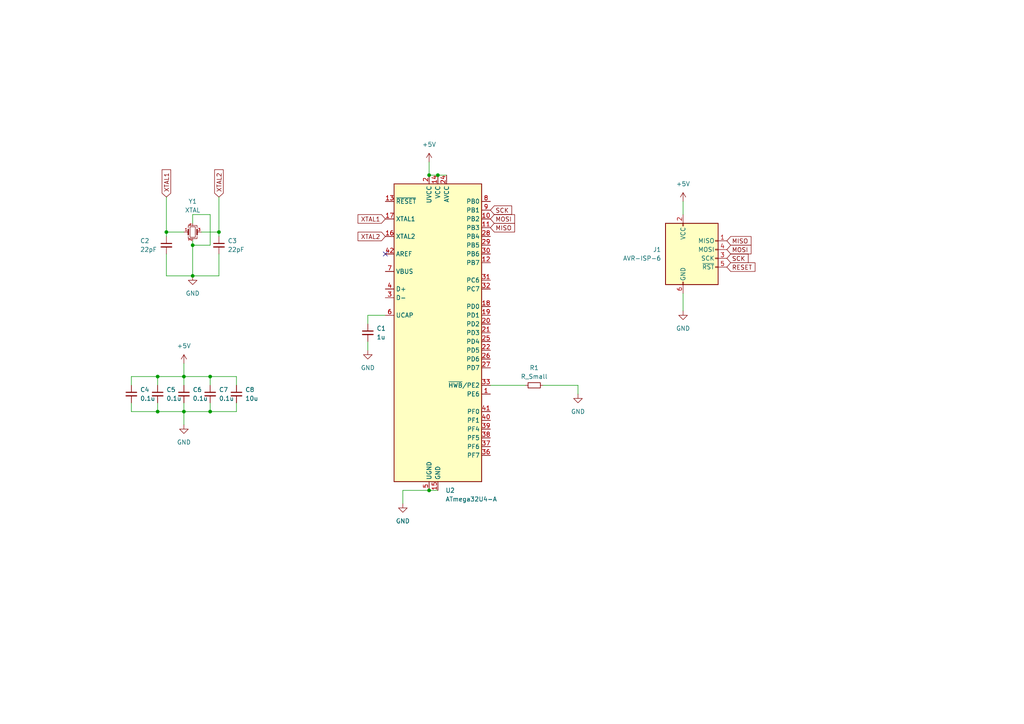
<source format=kicad_sch>
(kicad_sch (version 20230121) (generator eeschema)
  (paper "A4")
  (lib_symbols
    (symbol "Connector:AVR-ISP-6" (pin_names (offset 1.016))
      (property "Reference" "J" (at -6.35 11.43 0))
      (property "Value" "AVR-ISP-6" (at 0 11.43 0))
      (symbol "AVR-ISP-6_0_1"
        (rectangle (start -2.667 -6.858) (end -2.413 -7.62))
        (rectangle (start -2.667 10.16) (end -2.413 9.398))
        (rectangle (start 7.62 -2.413) (end 6.858 -2.667))
        (rectangle (start 7.62 0.127) (end 6.858 -0.127))
        (rectangle (start 7.62 2.667) (end 6.858 2.413))
        (rectangle (start 7.62 5.207) (end 6.858 4.953))
        (rectangle (start 7.62 10.16) (end -7.62 -7.62) (stroke (width 0.254)) (fill (type background)))
      )
      (symbol "AVR-ISP-6_1_1"
        (pin passive line (at 10.16 5.08 180) (length 2.54) (name "MISO") (number "1"))
        (pin passive line (at -2.54 12.7 270) (length 2.54) (name "VCC") (number "2"))
        (pin passive line (at 10.16 0 180) (length 2.54) (name "SCK") (number "3"))
        (pin passive line (at 10.16 2.54 180) (length 2.54) (name "MOSI") (number "4"))
        (pin passive line (at 10.16 -2.54 180) (length 2.54) (name "~{RST}") (number "5"))
        (pin passive line (at -2.54 -10.16 90) (length 2.54) (name "GND") (number "6"))
      )
    )
    (symbol "Device:C_Small" (pin_numbers hide) (pin_names (offset 0.254) hide)
      (property "Reference" "C" (at 0.254 1.778 0))
      (property "Value" "C_Small" (at 0.254 -2.032 0))
      (symbol "C_Small_0_1"
        (polyline (pts (xy -1.524 -0.508) (xy 1.524 -0.508)) (stroke (width 0.3302)))
        (polyline (pts (xy -1.524 0.508) (xy 1.524 0.508)) (stroke (width 0.3048)))
      )
      (symbol "C_Small_1_1"
        (pin passive line (at 0 2.54 270) (length 2.032) (name "~") (number "1"))
        (pin passive line (at 0 -2.54 90) (length 2.032) (name "~") (number "2"))
      )
    )
    (symbol "Device:Crystal_GND24_Small" (pin_names (offset 1.016) hide)
      (property "Reference" "Y" (at 1.27 4.445 0))
      (property "Value" "Crystal_GND24_Small" (at 1.27 2.54 0))
      (symbol "Crystal_GND24_Small_0_1"
        (rectangle (start -0.762 -1.524) (end 0.762 1.524))
        (polyline (pts (xy -1.27 -0.762) (xy -1.27 0.762)) (stroke (width 0.381)))
        (polyline (pts (xy 1.27 -0.762) (xy 1.27 0.762)) (stroke (width 0.381)))
        (polyline (pts (xy -1.27 -1.27) (xy -1.27 -1.905) (xy 1.27 -1.905) (xy 1.27 -1.27)))
        (polyline (pts (xy -1.27 1.27) (xy -1.27 1.905) (xy 1.27 1.905) (xy 1.27 1.27)))
      )
      (symbol "Crystal_GND24_Small_1_1"
        (pin passive line (at -2.54 0 0) (length 1.27) (name "1") (number "1"))
        (pin passive line (at 0 -2.54 90) (length 0.635) (name "2") (number "2"))
        (pin passive line (at 2.54 0 180) (length 1.27) (name "3") (number "3"))
        (pin passive line (at 0 2.54 270) (length 0.635) (name "4") (number "4"))
      )
    )
    (symbol "Device:R_Small" (pin_numbers hide) (pin_names (offset 0.254) hide)
      (property "Reference" "R" (at 0.762 0.508 0))
      (property "Value" "R_Small" (at 0.762 -1.016 0))
      (symbol "R_Small_0_1"
        (rectangle (start -0.762 1.778) (end 0.762 -1.778) (stroke (width 0.2032)))
      )
      (symbol "R_Small_1_1"
        (pin passive line (at 0 2.54 270) (length 0.762) (name "~") (number "1"))
        (pin passive line (at 0 -2.54 90) (length 0.762) (name "~") (number "2"))
      )
    )
    (symbol "MCU_Microchip_ATmega:ATmega32U4-A"
      (property "Reference" "U" (at -12.7 44.45 0))
      (property "Value" "ATmega32U4-A" (at 2.54 -44.45 0))
      (symbol "ATmega32U4-A_0_1"
        (rectangle (start -12.7 -43.18) (end 12.7 43.18) (stroke (width 0.254)) (fill (type background)))
      )
      (symbol "ATmega32U4-A_1_1"
        (pin bidirectional line (at 15.24 -17.78 180) (length 2.54) (name "PE6") (number "1"))
        (pin bidirectional line (at 15.24 33.02 180) (length 2.54) (name "PB2") (number "10"))
        (pin bidirectional line (at 15.24 30.48 180) (length 2.54) (name "PB3") (number "11"))
        (pin bidirectional line (at 15.24 20.32 180) (length 2.54) (name "PB7") (number "12"))
        (pin input line (at -15.24 38.1 0) (length 2.54) (name "~{RESET}") (number "13"))
        (pin power_in line (at 0 45.72 270) (length 2.54) (name "VCC") (number "14"))
        (pin power_in line (at 0 -45.72 90) (length 2.54) (name "GND") (number "15"))
        (pin output line (at -15.24 27.94 0) (length 2.54) (name "XTAL2") (number "16"))
        (pin input line (at -15.24 33.02 0) (length 2.54) (name "XTAL1") (number "17"))
        (pin bidirectional line (at 15.24 7.62 180) (length 2.54) (name "PD0") (number "18"))
        (pin bidirectional line (at 15.24 5.08 180) (length 2.54) (name "PD1") (number "19"))
        (pin power_in line (at -2.54 45.72 270) (length 2.54) (name "UVCC") (number "2"))
        (pin bidirectional line (at 15.24 2.54 180) (length 2.54) (name "PD2") (number "20"))
        (pin bidirectional line (at 15.24 0 180) (length 2.54) (name "PD3") (number "21"))
        (pin bidirectional line (at 15.24 -5.08 180) (length 2.54) (name "PD5") (number "22"))
        (pin passive line (at 0 -45.72 90) (length 2.54) hide (name "GND") (number "23"))
        (pin power_in line (at 2.54 45.72 270) (length 2.54) (name "AVCC") (number "24"))
        (pin bidirectional line (at 15.24 -2.54 180) (length 2.54) (name "PD4") (number "25"))
        (pin bidirectional line (at 15.24 -7.62 180) (length 2.54) (name "PD6") (number "26"))
        (pin bidirectional line (at 15.24 -10.16 180) (length 2.54) (name "PD7") (number "27"))
        (pin bidirectional line (at 15.24 27.94 180) (length 2.54) (name "PB4") (number "28"))
        (pin bidirectional line (at 15.24 25.4 180) (length 2.54) (name "PB5") (number "29"))
        (pin bidirectional line (at -15.24 10.16 0) (length 2.54) (name "D-") (number "3"))
        (pin bidirectional line (at 15.24 22.86 180) (length 2.54) (name "PB6") (number "30"))
        (pin bidirectional line (at 15.24 15.24 180) (length 2.54) (name "PC6") (number "31"))
        (pin bidirectional line (at 15.24 12.7 180) (length 2.54) (name "PC7") (number "32"))
        (pin bidirectional line (at 15.24 -15.24 180) (length 2.54) (name "~{HWB}/PE2") (number "33"))
        (pin passive line (at 0 45.72 270) (length 2.54) hide (name "VCC") (number "34"))
        (pin passive line (at 0 -45.72 90) (length 2.54) hide (name "GND") (number "35"))
        (pin bidirectional line (at 15.24 -35.56 180) (length 2.54) (name "PF7") (number "36"))
        (pin bidirectional line (at 15.24 -33.02 180) (length 2.54) (name "PF6") (number "37"))
        (pin bidirectional line (at 15.24 -30.48 180) (length 2.54) (name "PF5") (number "38"))
        (pin bidirectional line (at 15.24 -27.94 180) (length 2.54) (name "PF4") (number "39"))
        (pin bidirectional line (at -15.24 12.7 0) (length 2.54) (name "D+") (number "4"))
        (pin bidirectional line (at 15.24 -25.4 180) (length 2.54) (name "PF1") (number "40"))
        (pin bidirectional line (at 15.24 -22.86 180) (length 2.54) (name "PF0") (number "41"))
        (pin passive line (at -15.24 22.86 0) (length 2.54) (name "AREF") (number "42"))
        (pin passive line (at 0 -45.72 90) (length 2.54) hide (name "GND") (number "43"))
        (pin passive line (at 2.54 45.72 270) (length 2.54) hide (name "AVCC") (number "44"))
        (pin passive line (at -2.54 -45.72 90) (length 2.54) (name "UGND") (number "5"))
        (pin passive line (at -15.24 5.08 0) (length 2.54) (name "UCAP") (number "6"))
        (pin input line (at -15.24 17.78 0) (length 2.54) (name "VBUS") (number "7"))
        (pin bidirectional line (at 15.24 38.1 180) (length 2.54) (name "PB0") (number "8"))
        (pin bidirectional line (at 15.24 35.56 180) (length 2.54) (name "PB1") (number "9"))
      )
    )
    (symbol "power:+5V" (power) (pin_names (offset 0))
      (property "Value" "+5V" (at 0 3.556 0))
      (symbol "+5V_0_1"
        (polyline (pts (xy -0.762 1.27) (xy 0 2.54)))
        (polyline (pts (xy 0 0) (xy 0 2.54)))
        (polyline (pts (xy 0 2.54) (xy 0.762 1.27)))
      )
      (symbol "+5V_1_1"
        (pin power_in line (at 0 0 90) (length 0) hide (name "+5V") (number "1"))
      )
    )
    (symbol "power:GND" (power) (pin_names (offset 0))
      (property "Value" "GND" (at 0 -3.81 0))
      (symbol "GND_0_1"
        (polyline (pts (xy 0 0) (xy 0 -1.27) (xy 1.27 -1.27) (xy 0 -2.54) (xy -1.27 -1.27) (xy 0 -1.27)))
      )
      (symbol "GND_1_1"
        (pin power_in line (at 0 0 270) (length 0) hide (name "GND") (number "1"))
      )
    )
  )
  (junction (at 55.88 71.12))
  (junction (at 124.46 142.24))
  (junction (at 45.72 109.22))
  (junction (at 45.72 119.38))
  (junction (at 55.88 80.01))
  (junction (at 124.46 50.8))
  (junction (at 48.26 67.31))
  (junction (at 63.5 67.31))
  (junction (at 53.34 119.38))
  (junction (at 60.96 119.38))
  (junction (at 60.96 109.22))
  (junction (at 53.34 109.22))
  (junction (at 127 50.8))
  (no_connect (at 111.76 73.66))
  (wire (pts (xy 53.34 119.38) (xy 45.72 119.38)))
  (wire (pts (xy 48.26 80.01) (xy 55.88 80.01)))
  (wire (pts (xy 45.72 109.22) (xy 53.34 109.22)))
  (wire (pts (xy 116.84 142.24) (xy 116.84 146.05)))
  (wire (pts (xy 63.5 67.31) (xy 63.5 68.58)))
  (wire (pts (xy 68.58 116.84) (xy 68.58 119.38)))
  (wire (pts (xy 60.96 109.22) (xy 68.58 109.22)))
  (wire (pts (xy 142.24 111.76) (xy 152.4 111.76)))
  (wire (pts (xy 53.34 67.31) (xy 48.26 67.31)))
  (wire (pts (xy 45.72 119.38) (xy 38.1 119.38)))
  (wire (pts (xy 53.34 109.22) (xy 60.96 109.22)))
  (wire (pts (xy 38.1 116.84) (xy 38.1 119.38)))
  (wire (pts (xy 124.46 142.24) (xy 127 142.24)))
  (wire (pts (xy 38.1 111.76) (xy 38.1 109.22)))
  (wire (pts (xy 48.26 57.15) (xy 48.26 67.31)))
  (wire (pts (xy 116.84 142.24) (xy 124.46 142.24)))
  (wire (pts (xy 68.58 109.22) (xy 68.58 111.76)))
  (wire (pts (xy 60.96 71.12) (xy 55.88 71.12)))
  (wire (pts (xy 45.72 116.84) (xy 45.72 119.38)))
  (wire (pts (xy 157.48 111.76) (xy 167.64 111.76)))
  (wire (pts (xy 106.68 99.06) (xy 106.68 101.6)))
  (wire (pts (xy 55.88 80.01) (xy 63.5 80.01)))
  (wire (pts (xy 48.26 67.31) (xy 48.26 68.58)))
  (wire (pts (xy 60.96 109.22) (xy 60.96 111.76)))
  (wire (pts (xy 53.34 105.41) (xy 53.34 109.22)))
  (wire (pts (xy 55.88 64.77) (xy 55.88 62.23)))
  (wire (pts (xy 60.96 119.38) (xy 53.34 119.38)))
  (wire (pts (xy 167.64 111.76) (xy 167.64 114.3)))
  (wire (pts (xy 58.42 67.31) (xy 63.5 67.31)))
  (wire (pts (xy 53.34 116.84) (xy 53.34 119.38)))
  (wire (pts (xy 124.46 46.99) (xy 124.46 50.8)))
  (wire (pts (xy 124.46 50.8) (xy 127 50.8)))
  (wire (pts (xy 63.5 57.15) (xy 63.5 67.31)))
  (wire (pts (xy 106.68 91.44) (xy 106.68 93.98)))
  (wire (pts (xy 55.88 71.12) (xy 55.88 80.01)))
  (wire (pts (xy 55.88 62.23) (xy 60.96 62.23)))
  (wire (pts (xy 63.5 73.66) (xy 63.5 80.01)))
  (wire (pts (xy 60.96 116.84) (xy 60.96 119.38)))
  (wire (pts (xy 111.76 91.44) (xy 106.68 91.44)))
  (wire (pts (xy 53.34 119.38) (xy 53.34 123.19)))
  (wire (pts (xy 60.96 62.23) (xy 60.96 71.12)))
  (wire (pts (xy 45.72 109.22) (xy 45.72 111.76)))
  (wire (pts (xy 127 50.8) (xy 129.54 50.8)))
  (wire (pts (xy 53.34 109.22) (xy 53.34 111.76)))
  (wire (pts (xy 55.88 69.85) (xy 55.88 71.12)))
  (wire (pts (xy 48.26 73.66) (xy 48.26 80.01)))
  (wire (pts (xy 68.58 119.38) (xy 60.96 119.38)))
  (wire (pts (xy 198.12 85.09) (xy 198.12 90.17)))
  (wire (pts (xy 38.1 109.22) (xy 45.72 109.22)))
  (wire (pts (xy 198.12 58.42) (xy 198.12 62.23)))
  (global_label "SCK" (shape input) (at 142.24 60.96 0) (property "Intersheetrefs" "${INTERSHEET_REFS}" (effects hide)))
  (global_label "MOSI" (shape input) (at 210.82 72.39 0) (property "Intersheetrefs" "${INTERSHEET_REFS}" (effects hide)))
  (global_label "XTAL2" (shape input) (at 111.76 68.58 180) (property "Intersheetrefs" "${INTERSHEET_REFS}" (effects hide)))
  (global_label "RESET" (shape input) (at 210.82 77.47 0) (property "Intersheetrefs" "${INTERSHEET_REFS}" (effects hide)))
  (global_label "MISO" (shape input) (at 210.82 69.85 0) (property "Intersheetrefs" "${INTERSHEET_REFS}" (effects hide)))
  (global_label "MOSI" (shape input) (at 142.24 63.5 0) (property "Intersheetrefs" "${INTERSHEET_REFS}" (effects hide)))
  (global_label "XTAL1" (shape input) (at 111.76 63.5 180) (property "Intersheetrefs" "${INTERSHEET_REFS}" (effects hide)))
  (global_label "MISO" (shape input) (at 142.24 66.04 0) (property "Intersheetrefs" "${INTERSHEET_REFS}" (effects hide)))
  (global_label "SCK" (shape input) (at 210.82 74.93 0) (property "Intersheetrefs" "${INTERSHEET_REFS}" (effects hide)))
  (global_label "XTAL2" (shape input) (at 63.5 57.15 90) (property "Intersheetrefs" "${INTERSHEET_REFS}" (effects hide)))
  (global_label "XTAL1" (shape input) (at 48.26 57.15 90) (property "Intersheetrefs" "${INTERSHEET_REFS}" (effects hide)))
  (symbol (lib_id "Device:C_Small") (at 48.26 71.12 0) (unit 1)
    (property "Reference" "C2" (at 40.64 69.85 0) (effects (justify left)))
    (property "Value" "22pF" (at 40.64 72.39 0) (effects (justify left)))
  )
  (symbol (lib_id "Device:C_Small") (at 68.58 114.3 0) (unit 1)
    (property "Reference" "C8" (at 71.12 113.0363 0) (effects (justify left)))
    (property "Value" "10u" (at 71.12 115.5763 0) (effects (justify left)))
  )
  (symbol (lib_id "power:GND") (at 55.88 80.01 0) (unit 1)
    (property "Reference" "#PWR05" (effects hide))
    (property "Value" "GND" (at 55.88 85.09 0))
  )
  (symbol (lib_id "Device:C_Small") (at 60.96 114.3 0) (unit 1)
    (property "Reference" "C7" (at 63.5 113.0363 0) (effects (justify left)))
    (property "Value" "0.1u" (at 63.5 115.5763 0) (effects (justify left)))
  )
  (symbol (lib_id "power:+5V") (at 198.12 58.42 0) (unit 1)
    (property "Reference" "#PWR08" (effects hide))
    (property "Value" "+5V" (at 198.12 53.34 0))
  )
  (symbol (lib_id "power:GND") (at 167.64 114.3 0) (unit 1)
    (property "Reference" "#PWR03" (effects hide))
    (property "Value" "GND" (at 167.64 119.38 0))
  )
  (symbol (lib_id "Device:C_Small") (at 38.1 114.3 0) (unit 1)
    (property "Reference" "C4" (at 40.64 113.0363 0) (effects (justify left)))
    (property "Value" "0.1u" (at 40.64 115.5763 0) (effects (justify left)))
  )
  (symbol (lib_id "Device:C_Small") (at 45.72 114.3 0) (unit 1)
    (property "Reference" "C5" (at 48.26 113.0363 0) (effects (justify left)))
    (property "Value" "0.1u" (at 48.26 115.5763 0) (effects (justify left)))
  )
  (symbol (lib_id "power:+5V") (at 124.46 46.99 0) (unit 1)
    (property "Reference" "#PWR01" (effects hide))
    (property "Value" "+5V" (at 124.46 41.91 0))
  )
  (symbol (lib_id "Device:C_Small") (at 63.5 71.12 0) (unit 1)
    (property "Reference" "C3" (at 66.04 69.8563 0) (effects (justify left)))
    (property "Value" "22pF" (at 66.04 72.3963 0) (effects (justify left)))
  )
  (symbol (lib_id "Device:Crystal_GND24_Small") (at 55.88 67.31 0) (unit 1)
    (property "Reference" "Y1" (at 55.88 58.42 0))
    (property "Value" "XTAL" (at 55.88 60.96 0))
  )
  (symbol (lib_id "MCU_Microchip_ATmega:ATmega32U4-A") (at 127 96.52 0) (unit 1)
    (property "Reference" "U2" (at 129.1941 142.24 0) (effects (justify left)))
    (property "Value" "ATmega32U4-A" (at 129.1941 144.78 0) (effects (justify left)))
    (property "Footprint" "Package_QFP:TQFP-44_10x10mm_P0.8mm" (effects hide))
    (property "Datasheet" "http://ww1.microchip.com/downloads/en/DeviceDoc/Atmel-7766-8-bit-AVR-ATmega16U4-32U4_Datasheet.pdf" (effects hide))
  )
  (symbol (lib_id "power:GND") (at 116.84 146.05 0) (unit 1)
    (property "Reference" "#PWR02" (effects hide))
    (property "Value" "GND" (at 116.84 151.13 0))
  )
  (symbol (lib_id "power:+5V") (at 53.34 105.41 0) (unit 1)
    (property "Reference" "#PWR07" (effects hide))
    (property "Value" "+5V" (at 53.34 100.33 0))
  )
  (symbol (lib_id "Device:C_Small") (at 106.68 96.52 0) (unit 1)
    (property "Reference" "C1" (at 109.22 95.2563 0) (effects (justify left)))
    (property "Value" "1u" (at 109.22 97.7963 0) (effects (justify left)))
  )
  (symbol (lib_id "Connector:AVR-ISP-6") (at 200.66 74.93 0) (unit 1)
    (property "Reference" "J1" (at 191.77 72.39 0) (effects (justify right)))
    (property "Value" "AVR-ISP-6" (at 191.77 74.93 0) (effects (justify right)))
    (property "Datasheet" " ~" (effects hide))
  )
  (symbol (lib_id "Device:C_Small") (at 53.34 114.3 0) (unit 1)
    (property "Reference" "C6" (at 55.88 113.0363 0) (effects (justify left)))
    (property "Value" "0.1u" (at 55.88 115.5763 0) (effects (justify left)))
  )
  (symbol (lib_id "Device:R_Small") (at 154.94 111.76 90) (unit 1)
    (property "Reference" "R1" (at 154.94 106.68 90))
    (property "Value" "R_Small" (at 154.94 109.22 90))
  )
  (symbol (lib_id "power:GND") (at 53.34 123.19 0) (unit 1)
    (property "Reference" "#PWR06" (effects hide))
    (property "Value" "GND" (at 53.34 128.27 0))
  )
  (symbol (lib_id "power:GND") (at 106.68 101.6 0) (unit 1)
    (property "Reference" "#PWR04" (effects hide))
    (property "Value" "GND" (at 106.68 106.68 0))
  )
  (symbol (lib_id "power:GND") (at 198.12 90.17 0) (unit 1)
    (property "Reference" "#PWR09" (effects hide))
    (property "Value" "GND" (at 198.12 95.25 0))
  )
)
</source>
